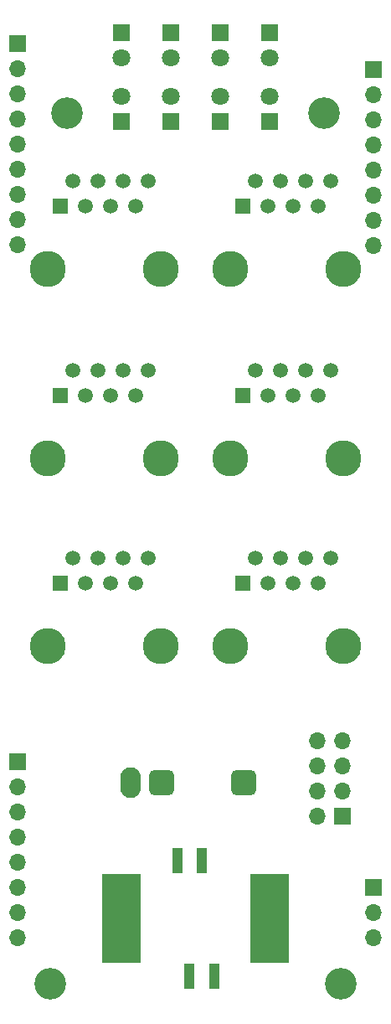
<source format=gbr>
G04 #@! TF.GenerationSoftware,KiCad,Pcbnew,(6.0.11)*
G04 #@! TF.CreationDate,2023-03-02T17:40:09+00:00*
G04 #@! TF.ProjectId,QMidiMonger_controls,514d6964-694d-46f6-9e67-65725f636f6e,rev?*
G04 #@! TF.SameCoordinates,Original*
G04 #@! TF.FileFunction,Soldermask,Top*
G04 #@! TF.FilePolarity,Negative*
%FSLAX46Y46*%
G04 Gerber Fmt 4.6, Leading zero omitted, Abs format (unit mm)*
G04 Created by KiCad (PCBNEW (6.0.11)) date 2023-03-02 17:40:09*
%MOMM*%
%LPD*%
G01*
G04 APERTURE LIST*
G04 Aperture macros list*
%AMRoundRect*
0 Rectangle with rounded corners*
0 $1 Rounding radius*
0 $2 $3 $4 $5 $6 $7 $8 $9 X,Y pos of 4 corners*
0 Add a 4 corners polygon primitive as box body*
4,1,4,$2,$3,$4,$5,$6,$7,$8,$9,$2,$3,0*
0 Add four circle primitives for the rounded corners*
1,1,$1+$1,$2,$3*
1,1,$1+$1,$4,$5*
1,1,$1+$1,$6,$7*
1,1,$1+$1,$8,$9*
0 Add four rect primitives between the rounded corners*
20,1,$1+$1,$2,$3,$4,$5,0*
20,1,$1+$1,$4,$5,$6,$7,0*
20,1,$1+$1,$6,$7,$8,$9,0*
20,1,$1+$1,$8,$9,$2,$3,0*%
G04 Aperture macros list end*
%ADD10R,1.800000X1.800000*%
%ADD11C,1.800000*%
%ADD12R,1.700000X1.700000*%
%ADD13O,1.700000X1.700000*%
%ADD14C,3.650000*%
%ADD15R,1.500000X1.500000*%
%ADD16C,1.500000*%
%ADD17R,1.050000X2.600000*%
%ADD18R,3.980000X9.000000*%
%ADD19C,3.200000*%
%ADD20RoundRect,0.650000X-0.650000X0.650000X-0.650000X-0.650000X0.650000X-0.650000X0.650000X0.650000X0*%
%ADD21O,2.100000X3.100000*%
G04 APERTURE END LIST*
D10*
X108500000Y-46330000D03*
D11*
X108500000Y-48870000D03*
D10*
X113500000Y-46330000D03*
D11*
X113500000Y-48870000D03*
D10*
X123500000Y-46330000D03*
D11*
X123500000Y-48870000D03*
D10*
X113500000Y-55270000D03*
D11*
X113500000Y-52730000D03*
D10*
X118500000Y-55270000D03*
D11*
X118500000Y-52730000D03*
D10*
X123500000Y-55270000D03*
D11*
X123500000Y-52730000D03*
D10*
X118500000Y-46330000D03*
D11*
X118500000Y-48870000D03*
D10*
X108500000Y-55270000D03*
D11*
X108500000Y-52730000D03*
D12*
X130875000Y-125500000D03*
D13*
X128335000Y-125500000D03*
X130875000Y-122960000D03*
X128335000Y-122960000D03*
X130875000Y-120420000D03*
X128335000Y-120420000D03*
X130875000Y-117880000D03*
X128335000Y-117880000D03*
D14*
X112460000Y-108300000D03*
X101030000Y-108300000D03*
D15*
X102300000Y-101950000D03*
D16*
X103570000Y-99410000D03*
X104840000Y-101950000D03*
X106110000Y-99410000D03*
X107380000Y-101950000D03*
X108650000Y-99410000D03*
X109920000Y-101950000D03*
X111190000Y-99410000D03*
D14*
X130960000Y-70200000D03*
X119530000Y-70200000D03*
D15*
X120800000Y-63850000D03*
D16*
X122070000Y-61310000D03*
X123340000Y-63850000D03*
X124610000Y-61310000D03*
X125880000Y-63850000D03*
X127150000Y-61310000D03*
X128420000Y-63850000D03*
X129690000Y-61310000D03*
D14*
X130960000Y-89300000D03*
X119530000Y-89300000D03*
D15*
X120800000Y-82950000D03*
D16*
X122070000Y-80410000D03*
X123340000Y-82950000D03*
X124610000Y-80410000D03*
X125880000Y-82950000D03*
X127150000Y-80410000D03*
X128420000Y-82950000D03*
X129690000Y-80410000D03*
D14*
X130960000Y-108300000D03*
X119530000Y-108300000D03*
D15*
X120800000Y-101950000D03*
D16*
X122070000Y-99410000D03*
X123340000Y-101950000D03*
X124610000Y-99410000D03*
X125880000Y-101950000D03*
X127150000Y-99410000D03*
X128420000Y-101950000D03*
X129690000Y-99410000D03*
D14*
X101030000Y-89300000D03*
X112460000Y-89300000D03*
D15*
X102300000Y-82950000D03*
D16*
X103570000Y-80410000D03*
X104840000Y-82950000D03*
X106110000Y-80410000D03*
X107380000Y-82950000D03*
X108650000Y-80410000D03*
X109920000Y-82950000D03*
X111190000Y-80410000D03*
D14*
X112460000Y-70200000D03*
X101030000Y-70200000D03*
D15*
X102300000Y-63850000D03*
D16*
X103570000Y-61310000D03*
X104840000Y-63850000D03*
X106110000Y-61310000D03*
X107380000Y-63850000D03*
X108650000Y-61310000D03*
X109920000Y-63850000D03*
X111190000Y-61310000D03*
D17*
X116630000Y-129950000D03*
X114130000Y-129950000D03*
X115380000Y-141650000D03*
X117880000Y-141650000D03*
D18*
X108490000Y-135800000D03*
X123510000Y-135800000D03*
D19*
X101300000Y-142400000D03*
X103000000Y-54400000D03*
D20*
X112520000Y-122100000D03*
D21*
X109420000Y-122100000D03*
D20*
X120820000Y-122100000D03*
D19*
X130700000Y-142400000D03*
X129000000Y-54400000D03*
D12*
X134000000Y-50000000D03*
D13*
X134000000Y-52540000D03*
X134000000Y-55080000D03*
X134000000Y-57620000D03*
X134000000Y-60160000D03*
X134000000Y-62700000D03*
X134000000Y-65240000D03*
X134000000Y-67780000D03*
D12*
X98000000Y-120000000D03*
D13*
X98000000Y-122540000D03*
X98000000Y-125080000D03*
X98000000Y-127620000D03*
X98000000Y-130160000D03*
X98000000Y-132700000D03*
X98000000Y-135240000D03*
X98000000Y-137780000D03*
D12*
X98000000Y-47400000D03*
D13*
X98000000Y-49940000D03*
X98000000Y-52480000D03*
X98000000Y-55020000D03*
X98000000Y-57560000D03*
X98000000Y-60100000D03*
X98000000Y-62640000D03*
X98000000Y-65180000D03*
X98000000Y-67720000D03*
D12*
X134000000Y-132700000D03*
D13*
X134000000Y-135240000D03*
X134000000Y-137780000D03*
M02*

</source>
